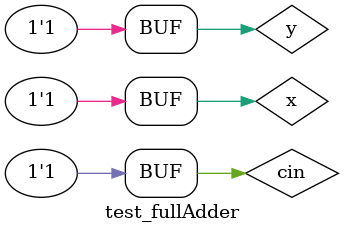
<source format=v>
module halfAdder(
    x, y, cout, sum
);
    input x, y;
    output cout, sum;
    xor(sum, x, y);
    and(cout, x, y);
endmodule

module fullAdder(
    x, y, cin, cout, sum
);
    input x, y, cin;
    output cout, sum;
    wire cout1, cout2, sum1;
    halfAdder ha1(.x(cin), .y(x), .cout(cout1), .sum(sum1));
    halfAdder ha2(.x(sum1), .y(y), .cout(cout2), .sum(sum));
    or(cout, cout1, cout2);
endmodule

module test_fullAdder();
    reg x, y, cin;
    wire cout, sum;
    fullAdder test(.x(x), .y(y), .cin(cin), .cout(cout), .sum(sum));
    initial begin
        x = 1'b0;
        y = 1'b0;
        cin = 1'b0;
        #10
        cin = 1'b1;
        #10
        y = 1'b1;
        cin = 1'b0;
        #10
        cin = 1'b1;
        #10
        x = 1'b1;
        y = 1'b0;
        cin = 1'b0;
        #10
        cin = 1'b1;
        #10
        y = 1'b1;
        cin = 1'b0;
        #10
        cin = 1'b1;
    end
endmodule
</source>
